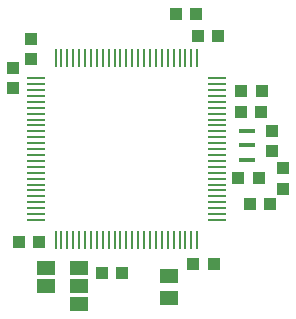
<source format=gbr>
G04 EAGLE Gerber RS-274X export*
G75*
%MOMM*%
%FSLAX34Y34*%
%LPD*%
%INSolderpaste Bottom*%
%IPPOS*%
%AMOC8*
5,1,8,0,0,1.08239X$1,22.5*%
G01*
%ADD10R,1.000000X1.100000*%
%ADD11R,1.500000X1.300000*%
%ADD12R,1.100000X1.000000*%
%ADD13R,1.558800X0.280000*%
%ADD14R,0.280000X1.558800*%
%ADD15R,1.399997X0.400000*%
%ADD16R,1.600200X1.168400*%


D10*
X469301Y344560D03*
X469301Y361560D03*
X404920Y460756D03*
X387920Y460756D03*
D11*
X382524Y238862D03*
X382524Y219862D03*
D12*
X450886Y299974D03*
X467886Y299974D03*
D10*
X265176Y422792D03*
X265176Y439792D03*
D12*
X271898Y267462D03*
X254898Y267462D03*
X406790Y441706D03*
X423790Y441706D03*
X443112Y377190D03*
X460112Y377190D03*
X478790Y329810D03*
X478790Y312810D03*
D13*
X422985Y406202D03*
X422985Y401202D03*
X422985Y396202D03*
X422985Y391202D03*
X422985Y386202D03*
X422985Y381202D03*
X422985Y376202D03*
X422985Y371202D03*
X422985Y366202D03*
X422985Y361202D03*
X422985Y356202D03*
X422985Y351202D03*
X422985Y346202D03*
X422985Y341202D03*
X422985Y336202D03*
X422985Y331202D03*
X422985Y326202D03*
X422985Y321202D03*
X422985Y316202D03*
X422985Y311202D03*
X422985Y306202D03*
X422985Y301202D03*
X422985Y296202D03*
X422985Y291202D03*
X422985Y286202D03*
D14*
X406202Y269419D03*
X401202Y269419D03*
X396202Y269419D03*
X391202Y269419D03*
X386202Y269419D03*
X381202Y269419D03*
X376202Y269419D03*
X371202Y269419D03*
X366202Y269419D03*
X361202Y269419D03*
X356202Y269419D03*
X351202Y269419D03*
X346202Y269419D03*
X341202Y269419D03*
X336202Y269419D03*
X331202Y269419D03*
X326202Y269419D03*
X321202Y269419D03*
X316202Y269419D03*
X311202Y269419D03*
X306202Y269419D03*
X301202Y269419D03*
X296202Y269419D03*
X291202Y269419D03*
X286202Y269419D03*
D13*
X269419Y286202D03*
X269419Y291202D03*
X269419Y296202D03*
X269419Y301202D03*
X269419Y306202D03*
X269419Y311202D03*
X269419Y316202D03*
X269419Y321202D03*
X269419Y326202D03*
X269419Y331202D03*
X269419Y336202D03*
X269419Y341202D03*
X269419Y346202D03*
X269419Y351202D03*
X269419Y356202D03*
X269419Y361202D03*
X269419Y366202D03*
X269419Y371202D03*
X269419Y376202D03*
X269419Y381202D03*
X269419Y386202D03*
X269419Y391202D03*
X269419Y396202D03*
X269419Y401202D03*
X269419Y406202D03*
D14*
X286202Y422985D03*
X291202Y422985D03*
X296202Y422985D03*
X301202Y422985D03*
X306202Y422985D03*
X311202Y422985D03*
X316202Y422985D03*
X321202Y422985D03*
X326202Y422985D03*
X331202Y422985D03*
X336202Y422985D03*
X341202Y422985D03*
X346202Y422985D03*
X351202Y422985D03*
X356202Y422985D03*
X361202Y422985D03*
X366202Y422985D03*
X371202Y422985D03*
X376202Y422985D03*
X381202Y422985D03*
X386202Y422985D03*
X391202Y422985D03*
X396202Y422985D03*
X401202Y422985D03*
X406202Y422985D03*
D15*
X448310Y361250D03*
X448310Y349250D03*
X448310Y337250D03*
D12*
X443620Y394970D03*
X460620Y394970D03*
X441080Y321310D03*
X458080Y321310D03*
X402980Y248920D03*
X419980Y248920D03*
D10*
X250190Y397900D03*
X250190Y414900D03*
D12*
X325510Y241300D03*
X342510Y241300D03*
D16*
X306070Y245110D03*
X306070Y229870D03*
X306070Y214630D03*
X278130Y229870D03*
X278130Y245110D03*
M02*

</source>
